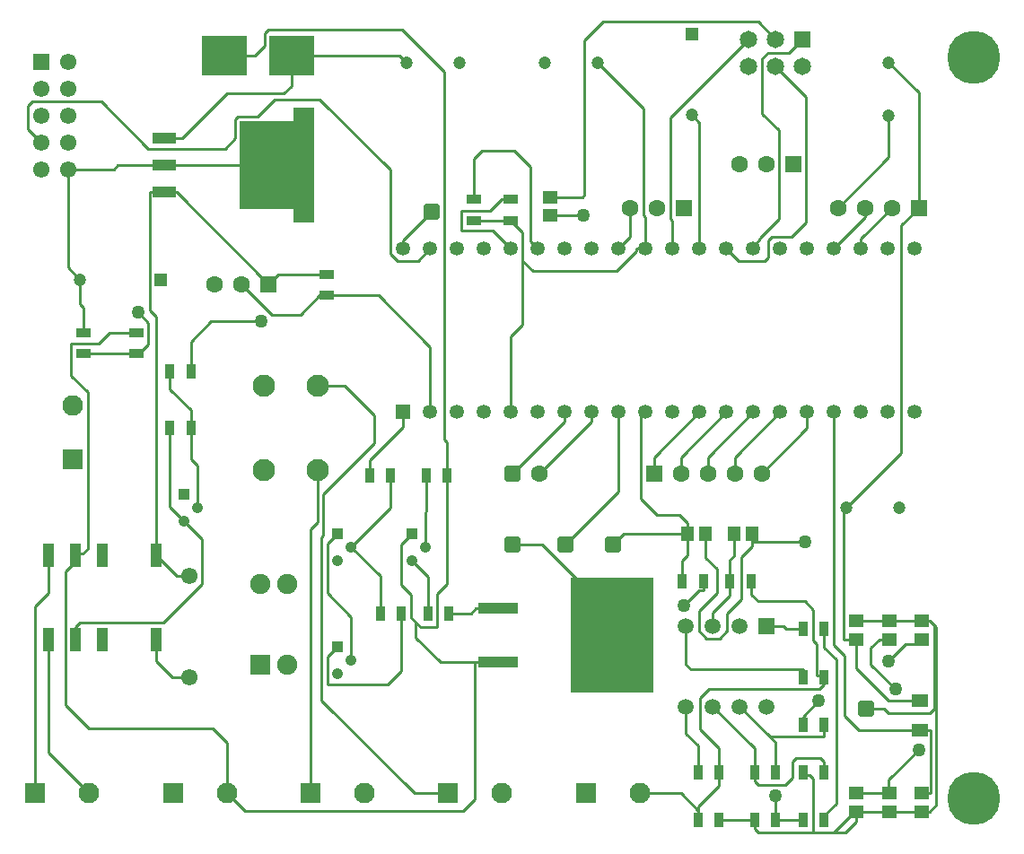
<source format=gbr>
%TF.GenerationSoftware,Altium Limited,Altium Designer,24.3.1 (35)*%
G04 Layer_Physical_Order=1*
G04 Layer_Color=255*
%FSLAX45Y45*%
%MOMM*%
%TF.SameCoordinates,77145657-7363-482A-8684-523018AF0833*%
%TF.FilePolarity,Positive*%
%TF.FileFunction,Copper,L1,Top,Signal*%
%TF.Part,Single*%
G01*
G75*
%TA.AperFunction,SMDPad,CuDef*%
%ADD10R,1.47000X1.16000*%
%ADD11R,0.95000X1.45000*%
%ADD12R,1.50000X1.25000*%
%ADD13R,1.45000X0.95000*%
%ADD14R,7.88000X10.84000*%
%ADD15R,3.78000X1.06000*%
%ADD16R,1.16000X1.47000*%
%ADD17R,1.00000X2.20000*%
%ADD18C,6.29100*%
%ADD19R,2.16000X1.07000*%
%ADD20R,4.24000X3.81000*%
%TA.AperFunction,Conductor*%
%ADD21C,0.25400*%
%TA.AperFunction,ViaPad*%
%ADD22C,5.00000*%
%TA.AperFunction,ComponentPad*%
%ADD23R,1.50000X1.50000*%
%ADD24C,1.50000*%
G04:AMPARAMS|DCode=25|XSize=1.6mm|YSize=1.6mm|CornerRadius=0.4mm|HoleSize=0mm|Usage=FLASHONLY|Rotation=0.000|XOffset=0mm|YOffset=0mm|HoleType=Round|Shape=RoundedRectangle|*
%AMROUNDEDRECTD25*
21,1,1.60000,0.80000,0,0,0.0*
21,1,0.80000,1.60000,0,0,0.0*
1,1,0.80000,0.40000,-0.40000*
1,1,0.80000,-0.40000,-0.40000*
1,1,0.80000,-0.40000,0.40000*
1,1,0.80000,0.40000,0.40000*
%
%ADD25ROUNDEDRECTD25*%
%ADD26R,1.95000X1.95000*%
%ADD27C,1.95000*%
%ADD28C,1.55000*%
%ADD29C,1.05000*%
%ADD30R,1.05000X1.05000*%
%ADD31R,1.90500X1.90500*%
%ADD32C,1.90500*%
%ADD33R,1.95000X1.95000*%
%ADD34R,1.20000X1.20000*%
%ADD35C,1.20000*%
%ADD36C,1.60000*%
%ADD37R,1.60000X1.60000*%
%ADD38C,2.10000*%
%ADD39C,1.35000*%
%ADD40R,1.35000X1.35000*%
%ADD41R,1.55000X1.55000*%
%ADD42R,1.20000X1.20000*%
%ADD43C,1.65000*%
%ADD44R,1.65000X1.65000*%
%TA.AperFunction,ViaPad*%
%ADD45C,1.27000*%
G36*
X3077908Y6040000D02*
Y7120000D01*
X2886908D01*
Y6996500D01*
X2378908D01*
Y6163500D01*
X2886908D01*
Y6040000D01*
X3077908D01*
D02*
G37*
D10*
X8501830Y479499D02*
D03*
Y654500D02*
D03*
X8188673Y479499D02*
D03*
Y654500D02*
D03*
Y2277499D02*
D03*
Y2102498D02*
D03*
X8501830Y2277499D02*
D03*
Y2102498D02*
D03*
X8809708Y2277499D02*
D03*
Y2102498D02*
D03*
Y479499D02*
D03*
Y654500D02*
D03*
X5300414Y6104715D02*
D03*
Y6279716D02*
D03*
D11*
X6700000Y849999D02*
D03*
X6899999D02*
D03*
X7432500D02*
D03*
X7232500D02*
D03*
X7688674D02*
D03*
X7888674D02*
D03*
Y1750002D02*
D03*
X7688674D02*
D03*
Y1299980D02*
D03*
X7888674D02*
D03*
X7688674Y2199998D02*
D03*
X7888674D02*
D03*
Y400002D02*
D03*
X7688674D02*
D03*
X6899999D02*
D03*
X6700000D02*
D03*
X7232500D02*
D03*
X7432500D02*
D03*
X6999999Y2650000D02*
D03*
X7199999D02*
D03*
X6550002D02*
D03*
X6750002D02*
D03*
X3900000Y2350001D02*
D03*
X3700000D02*
D03*
X4350002D02*
D03*
X4150002D02*
D03*
X1917500Y4099593D02*
D03*
X1717500D02*
D03*
X1917500Y4634502D02*
D03*
X1717500D02*
D03*
X3800000Y3649998D02*
D03*
X3600001D02*
D03*
X4134163D02*
D03*
X4334162D02*
D03*
D12*
X8788677Y1524998D02*
D03*
Y1249998D02*
D03*
D13*
X4933338Y6256414D02*
D03*
Y6056414D02*
D03*
X4583336Y6256414D02*
D03*
Y6056414D02*
D03*
X900001Y4799998D02*
D03*
Y4999998D02*
D03*
X1399797Y5000003D02*
D03*
Y4799998D02*
D03*
X3200001Y5549999D02*
D03*
Y5350000D02*
D03*
D14*
X5888937Y2142213D02*
D03*
D15*
X4813938Y1888213D02*
D03*
Y2396213D02*
D03*
D16*
X6773299Y3100002D02*
D03*
X6598303D02*
D03*
X7212912D02*
D03*
X7037911D02*
D03*
D17*
X1584998Y2900002D02*
D03*
X1076998D02*
D03*
X822998D02*
D03*
X568998D02*
D03*
Y2099999D02*
D03*
X822998D02*
D03*
X1076998D02*
D03*
X1584998D02*
D03*
D18*
X2728410Y6580000D02*
D03*
D19*
X1660909Y6326000D02*
D03*
Y6580000D02*
D03*
Y6834000D02*
D03*
D20*
X2865910Y7617290D02*
D03*
X2228909D02*
D03*
D21*
X8764408Y2057198D02*
X8809708Y2102498D01*
X8500000Y1900000D02*
X8657198Y2057198D01*
X8764408D01*
X3132380Y7200000D02*
X3797867Y6534513D01*
X2704200Y7200000D02*
X3132380D01*
X2241380Y6737180D02*
X2336208Y6832008D01*
Y7014187D02*
X2361222Y7039200D01*
X2543400D02*
X2704200Y7200000D01*
X2255400Y7255400D02*
X2792310D01*
X2336208Y6832008D02*
Y7014187D01*
X2361222Y7039200D02*
X2543400D01*
X1834000Y6834000D02*
X2255400Y7255400D01*
X2792310D02*
X2865910Y7329000D01*
X1660909Y6834000D02*
X1834000D01*
X8499940Y654500D02*
Y778340D01*
Y654500D02*
X8501830D01*
X8188673D02*
X8499940D01*
X8187520Y2102498D02*
X8188673D01*
X8070680D02*
X8187520D01*
Y1832455D02*
Y2102498D01*
X8070680D02*
Y3349999D01*
X6633040Y1819740D02*
X7688674D01*
X5045540Y5076020D02*
Y5678000D01*
X8926660Y2235589D02*
X8946025Y2216224D01*
X7212912Y3028780D02*
X7710000D01*
X7212912Y2983060D02*
Y3028780D01*
X8190060Y382100D02*
Y479499D01*
X7688674Y824060D02*
X7753180D01*
X7975821Y283040D02*
X8091000D01*
X7788740D02*
X7975821D01*
X7265500D02*
X7788740D01*
X8890623Y654500D02*
Y1249998D01*
X7819220Y1766400D02*
X7888674D01*
X6700000Y486591D02*
Y524340D01*
X4270947Y1888213D02*
X4595960D01*
X4037160Y2266780D02*
X4082880Y2221060D01*
X3991440Y2312500D02*
X4037160Y2266780D01*
X822998Y2914480D02*
X895180D01*
X4583260Y6256414D02*
Y6643200D01*
X6706700Y2566500D02*
X6750002D01*
X7378764Y1184740D02*
X7432500Y1131004D01*
X8494977Y1524998D02*
X8788677D01*
X8187520Y1832455D02*
X8494977Y1524998D01*
X6586502Y1866278D02*
Y2231002D01*
Y1866278D02*
X6633040Y1819740D01*
X7688674Y1750002D02*
Y1819740D01*
X8616780Y6011746D02*
X8783450Y6178416D01*
X8616780Y3866777D02*
Y6011746D01*
X8100002Y3349999D02*
X8616780Y3866777D01*
X8500001Y7550000D02*
X8783450Y7266552D01*
Y6178416D02*
Y7266552D01*
X2740063Y5549999D02*
X3200001D01*
X2648562Y5458498D02*
X2740063Y5549999D01*
X6203999Y5793052D02*
Y6092020D01*
X6188540Y6107479D02*
X6203999Y6092020D01*
X6188540Y6107479D02*
Y7111459D01*
X5749999Y7550000D02*
X6188540Y7111459D01*
X1850002Y3222999D02*
X2020400Y3052600D01*
Y2630000D02*
Y3052600D01*
X1651038Y2260638D02*
X2020400Y2630000D01*
X866387Y2260638D02*
X1651038D01*
X822998Y2217250D02*
X866387Y2260638D01*
X822998Y2099999D02*
Y2217250D01*
X1717500Y3355500D02*
Y4099593D01*
Y3355500D02*
X1850002Y3222999D01*
X7212912Y3028780D02*
Y3100002D01*
X6058294Y5901347D02*
Y6178416D01*
X5949999Y5793052D02*
X6058294Y5901347D01*
X754002Y5614698D02*
Y6542001D01*
Y5614698D02*
X868698Y5500002D01*
X6642453Y7051312D02*
X6711999Y6981767D01*
Y5793052D02*
Y6981767D01*
X7688674Y1376774D02*
X7839540Y1527640D01*
X7688674Y1299980D02*
Y1376774D01*
X5450000Y3000002D02*
X5949999Y3500001D01*
Y4250002D01*
X8408500Y2102498D02*
X8501830D01*
X8327698Y2021695D02*
X8408500Y2102498D01*
X8327698Y1868000D02*
Y2021695D01*
Y1868000D02*
X8563440Y1632258D01*
X6000001Y3100002D02*
X6598303D01*
X5900001Y3000002D02*
X6000001Y3100002D01*
X2865910Y7617290D02*
X3882713D01*
X3950003Y7550000D01*
X6899999Y849999D02*
Y1077801D01*
X6721940Y1255860D02*
X6899999Y1077801D01*
X6721940Y1255860D02*
Y1550500D01*
X6805760Y1634320D01*
X7845494D01*
X7888674Y1677500D01*
Y1750002D01*
X6700000Y400002D02*
Y486591D01*
X6536591Y649999D02*
X6700000Y486591D01*
X6149998Y649999D02*
X6536591D01*
X568998Y2545118D02*
Y2900002D01*
X441998Y2418118D02*
X568998Y2545118D01*
X441998Y649999D02*
Y2418118D01*
X4037160Y2122000D02*
X4270947Y1888213D01*
X4037160Y2122000D02*
Y2266780D01*
X3991440Y2312500D02*
Y2525860D01*
X3902540Y2614760D02*
X3991440Y2525860D01*
X3902540Y2614760D02*
Y3002542D01*
X3600001Y3649998D02*
Y3793320D01*
X3917999Y4111318D01*
Y4250002D01*
X4952337Y3669500D02*
X5441999Y4159161D01*
Y4250002D01*
X8235999Y5884964D02*
X8529450Y6178416D01*
X8235999Y5793052D02*
Y5884964D01*
X7560308Y7638880D02*
X7687338Y7765911D01*
X7360750Y7638880D02*
X7560308D01*
X7306140Y7584270D02*
X7360750Y7638880D01*
X7306140Y7064840D02*
Y7584270D01*
Y7064840D02*
X7463620Y6907360D01*
Y6073082D02*
Y6907360D01*
X7296950Y5906412D02*
X7463620Y6073082D01*
X7219999Y5793052D02*
X7296950Y5906412D01*
X6457999Y5793052D02*
Y6056460D01*
X6442540Y6071919D02*
X6457999Y6056460D01*
X6442540Y6071919D02*
Y7029112D01*
X7179338Y7765911D01*
X379560Y6916443D02*
X500002Y6796001D01*
X379560Y6916443D02*
Y7138500D01*
X420200Y7179140D01*
X1067900D01*
X1509860Y6737180D01*
X2241380D01*
X3797867Y5741500D02*
Y6534513D01*
Y5741500D02*
X3861367Y5678000D01*
X4056947D01*
X4171999Y5793052D01*
X6567000Y2426800D02*
X6706700Y2566500D01*
X6750002D02*
Y2650000D01*
X7432500Y400002D02*
Y625300D01*
X7232500Y849999D02*
Y1077003D01*
X6840502Y1469002D02*
X7232500Y1077003D01*
X4150002Y2350001D02*
Y2695999D01*
X4000000Y2846002D02*
X4150002Y2695999D01*
X3700000Y2350001D02*
Y2704000D01*
X3427001Y2977000D02*
X3700000Y2704000D01*
X1977002Y3349999D02*
Y3746518D01*
X1917500Y3806020D02*
X1977002Y3746518D01*
X1917500Y3806020D02*
Y4099593D01*
X2865910Y7329000D02*
Y7617290D01*
X6965999Y5793052D02*
X7081050Y5678000D01*
X7329970D01*
X7362020Y5710050D01*
Y5868500D01*
X7397580Y5904060D01*
X7583000D01*
X7717620Y6038680D01*
Y7227629D01*
X7433338Y7511911D02*
X7717620Y7227629D01*
X1584998Y2900002D02*
Y5153968D01*
X1527640Y5211326D02*
X1584998Y5153968D01*
X1527640Y5211326D02*
Y6326000D01*
X1660909D01*
X1417181Y5189081D02*
X1515001Y5091260D01*
Y4888959D02*
Y5091260D01*
X1426040Y4799998D02*
X1515001Y4888959D01*
X1399797Y4799998D02*
X1426040D01*
X4171999Y4250002D02*
Y4864982D01*
X3686980Y5350000D02*
X4171999Y4864982D01*
X3200001Y5350000D02*
X3686980D01*
X3917999Y5793052D02*
Y5873575D01*
X4183337Y6138914D01*
X2228909Y7617290D02*
X2516970D01*
X2609680Y7710000D01*
Y7826840D01*
X2642700Y7859860D01*
X3905080D01*
X4306400Y7458540D01*
Y3991262D02*
Y7458540D01*
Y3991262D02*
X4334162Y3963500D01*
Y3649998D02*
Y3963500D01*
X2258002Y649999D02*
Y1127478D01*
X2122000Y1263480D02*
X2258002Y1127478D01*
X953600Y1263480D02*
X2122000D01*
X730080Y1487000D02*
X953600Y1263480D01*
X730080Y1487000D02*
Y2747902D01*
X822998Y2840820D01*
Y2900002D01*
X4334162Y2624742D02*
Y3649998D01*
X4240360Y2530940D02*
X4334162Y2624742D01*
X4240360Y2221060D02*
Y2530940D01*
X4082880Y2221060D02*
X4240360D01*
X3902540Y3002542D02*
X4000000Y3100002D01*
X5300414Y6104715D02*
X5614500D01*
X7265729Y7933520D02*
X7433338Y7765911D01*
X5805000Y7933520D02*
X7265729D01*
X5629740Y7758260D02*
X5805000Y7933520D01*
X5629740Y6302576D02*
Y7758260D01*
X5606880Y6279716D02*
X5629740Y6302576D01*
X5300414Y6279716D02*
X5606880D01*
X3900000Y1809580D02*
Y2350001D01*
X3773000Y1682580D02*
X3900000Y1809580D01*
X3204040Y1682580D02*
X3773000D01*
X3204040D02*
Y1936880D01*
X3300001Y2032841D01*
X6117420Y5793052D02*
X6203999D01*
X6117420Y5769440D02*
Y5793052D01*
X5932000Y5584020D02*
X6117420Y5769440D01*
X5139520Y5584020D02*
X5932000D01*
X5045540Y5678000D02*
X5139520Y5584020D01*
X5045540Y5678000D02*
Y5944212D01*
X8809708Y654500D02*
X8890623D01*
X8788677Y1249998D02*
X8890623D01*
X8809708Y479499D02*
X8884750D01*
X8946025Y540774D01*
Y2216224D01*
X8499940Y778340D02*
X8784420Y1062820D01*
X7981999Y2053202D02*
Y4250002D01*
Y2053202D02*
X8083380Y1951820D01*
Y1384618D02*
Y1951820D01*
Y1384618D02*
X8218000Y1249998D01*
X8788677D01*
X7888674Y2024606D02*
Y2199998D01*
Y2024606D02*
X8001612Y1911668D01*
Y555785D02*
Y1911668D01*
X7888674Y442847D02*
X8001612Y555785D01*
X7888674Y400002D02*
Y442847D01*
X6598303Y3100002D02*
Y3201500D01*
X6522103Y3277700D02*
X6598303Y3201500D01*
X6313000Y3277700D02*
X6522103D01*
X6158060Y3432640D02*
X6313000Y3277700D01*
X6158060Y3432640D02*
Y4204063D01*
X6203999Y4250002D01*
X8070680Y3349999D02*
X8100002D01*
X7888674Y1184740D02*
Y1299980D01*
X7378764Y1184740D02*
X7888674D01*
X7094502Y1469002D02*
X7378764Y1184740D01*
X7888674Y849999D02*
Y947250D01*
X7851844Y984080D02*
X7888674Y947250D01*
X7624910Y984080D02*
X7851844D01*
X7588080Y947250D02*
X7624910Y984080D01*
X7588080Y801200D02*
Y947250D01*
X7519500Y732620D02*
X7588080Y801200D01*
X7265500Y732620D02*
X7519500D01*
X7232500Y765620D02*
X7265500Y732620D01*
X7232500Y765620D02*
Y849999D01*
X8809708Y2277499D02*
X8884750D01*
X8926660Y2235589D01*
Y1452710D02*
Y2235589D01*
X8884750Y1410800D02*
X8926660Y1452710D01*
X8492320Y1410800D02*
X8884750D01*
X8453118Y1450002D02*
X8492320Y1410800D01*
X8288673Y1450002D02*
X8453118D01*
X7432500Y849999D02*
Y1131004D01*
X7232500Y316040D02*
Y400002D01*
Y316040D02*
X7265500Y283040D01*
X8091000D02*
X8190060Y382100D01*
X8188673Y479499D02*
X8190060D01*
X4595960Y1888213D02*
X4813938D01*
X4595960Y598000D02*
Y1888213D01*
X4484200Y486240D02*
X4595960Y598000D01*
X2421761Y486240D02*
X4484200D01*
X2258002Y649999D02*
X2421761Y486240D01*
X2105460Y5103960D02*
X2581740D01*
X1917500Y4916000D02*
X2105460Y5103960D01*
X1917500Y4634502D02*
Y4916000D01*
X3107998Y3212615D02*
Y3700000D01*
X3041998Y3146616D02*
X3107998Y3212615D01*
X3041998Y649999D02*
Y3146616D01*
X6773299Y2873281D02*
Y3100002D01*
Y2873281D02*
X6875000Y2771580D01*
Y2542934D02*
Y2771580D01*
X6708067Y2376000D02*
X6875000Y2542934D01*
X6708067Y2185500D02*
Y2376000D01*
Y2185500D02*
X6781727Y2111840D01*
X6902280D01*
X6975940Y2185500D01*
Y2348060D01*
X7108020Y2480140D01*
Y2878168D01*
X7212912Y2983060D01*
X1784998Y2700002D02*
X1899999D01*
X1584998Y2900002D02*
X1784998Y2700002D01*
X4950001Y3000002D02*
X5229375D01*
X5888937Y2340440D01*
Y2142213D02*
Y2340440D01*
X1741000Y1745999D02*
X1899999D01*
X1584998Y1902001D02*
X1741000Y1745999D01*
X1584998Y1902001D02*
Y2099999D01*
X1660909Y6326000D02*
X1781061D01*
X2648562Y5458498D01*
X5206337Y3669500D02*
X5695999Y4159161D01*
Y4250002D01*
X4583260Y6256414D02*
X4583336D01*
X4583260Y6643200D02*
X4656920Y6716860D01*
X4966800D01*
X5116660Y6567000D01*
Y5864390D02*
Y6567000D01*
Y5864390D02*
X5187999Y5793052D01*
X7888674Y1750002D02*
Y1766400D01*
X7819220D02*
Y2061040D01*
X7788740Y2091520D02*
X7819220Y2061040D01*
X7788740Y2091520D02*
Y2383620D01*
X7710000Y2462360D02*
X7788740Y2383620D01*
X7265500Y2462360D02*
X7710000D01*
X7199999Y2527862D02*
X7265500Y2462360D01*
X7199999Y2527862D02*
Y2650000D01*
X7981999Y5793052D02*
X8275450Y6086503D01*
Y6178416D01*
X7688674Y824060D02*
Y849999D01*
X7753180Y824060D02*
X7788740Y788500D01*
Y283040D02*
Y788500D01*
X7975821Y283040D02*
X8172280Y479499D01*
X8188673D01*
X7727999Y4098643D02*
Y4250002D01*
X7298855Y3669500D02*
X7727999Y4098643D01*
X7044855Y3820859D02*
X7473999Y4250002D01*
X7044855Y3669500D02*
Y3820859D01*
X6790855D02*
X7219999Y4250002D01*
X6790855Y3669500D02*
Y3820859D01*
X6536855D02*
X6965999Y4250002D01*
X6536855Y3669500D02*
Y3820859D01*
X6282855D02*
X6711999Y4250002D01*
X6282855Y3669500D02*
Y3820859D01*
X3800000Y3349999D02*
Y3649998D01*
X3427001Y2977000D02*
X3800000Y3349999D01*
X8021450Y6178416D02*
X8500001Y6656967D01*
Y7050001D01*
X3204040Y3008038D02*
X3300001Y3104000D01*
X3204040Y2538560D02*
Y3008038D01*
Y2538560D02*
X3427001Y2315599D01*
Y1905841D02*
Y2315599D01*
X4028341Y649999D02*
X4342001D01*
X3148638Y1529703D02*
X4028341Y649999D01*
X3148638Y1529703D02*
Y3068988D01*
X3165940Y3086291D01*
Y3475820D01*
X3643460Y3953340D01*
Y4222580D01*
X3366041Y4499999D02*
X3643460Y4222580D01*
X3107998Y4499999D02*
X3366041D01*
X822998Y2900002D02*
Y2914480D01*
X895180D02*
X940900Y2960200D01*
Y4435940D01*
X783420Y4593420D02*
X940900Y4435940D01*
X783420Y4593420D02*
Y4898220D01*
X1045040D01*
X1146823Y5000003D01*
X1399797D01*
X568998Y1030999D02*
X949998Y649999D01*
X568998Y1030999D02*
Y2099999D01*
X3129344Y5350000D02*
X3200001D01*
X2949344Y5170000D02*
X3129344Y5350000D01*
X2683061Y5170000D02*
X2949344D01*
X2394562Y5458498D02*
X2683061Y5170000D01*
X4583336Y6056414D02*
X4933338D01*
X4933999Y4250002D02*
Y4964479D01*
X5045540Y5076020D01*
X4933338Y6056414D02*
X5045540Y5944212D01*
X4849254Y6256414D02*
X4933338D01*
X4740740Y6147900D02*
X4849254Y6256414D01*
X4466420Y6147900D02*
X4740740D01*
X4466420Y5965020D02*
Y6147900D01*
Y5965020D02*
X4762030D01*
X4933999Y5793052D01*
X6840502Y2231002D02*
Y2358220D01*
X6999999Y2517717D01*
Y2650000D01*
X8188673Y2277499D02*
X8501830D01*
X8809708D01*
X868698Y5264803D02*
Y5500002D01*
Y5264803D02*
X900001Y5233500D01*
Y4999998D02*
Y5233500D01*
X1225278Y6580000D02*
X1660909D01*
X1187280Y6542001D02*
X1225278Y6580000D01*
X754002Y6542001D02*
X1187280D01*
X1660909Y6580000D02*
X2728410D01*
X6899999Y400002D02*
X7232500D01*
X8190060Y479499D02*
X8501830D01*
X8809708D01*
X6586502Y1214417D02*
Y1469002D01*
Y1214417D02*
X6700000Y1100920D01*
Y849999D02*
Y1100920D01*
X6598303Y2896741D02*
Y3100002D01*
X6550002Y2848440D02*
X6598303Y2896741D01*
X6550002Y2650000D02*
Y2848440D01*
X7037911Y2891432D02*
Y3100002D01*
X6999999Y2853520D02*
X7037911Y2891432D01*
X6999999Y2650000D02*
Y2853520D01*
X6899999Y724340D02*
Y849999D01*
X6700000Y524340D02*
X6899999Y724340D01*
X900001Y4799998D02*
X1399797D01*
X7532723Y2199998D02*
X7688674D01*
X7501720Y2231002D02*
X7532723Y2199998D01*
X7348502Y2231002D02*
X7501720D01*
X7432500Y400002D02*
X7688674D01*
X4134163Y3312803D02*
Y3649998D01*
X4127000Y3305640D02*
X4134163Y3312803D01*
X4127000Y2973002D02*
Y3305640D01*
X4604073Y2396213D02*
X4813938D01*
X4557860Y2350001D02*
X4604073Y2396213D01*
X4350002Y2350001D02*
X4557860D01*
X1717500Y4465760D02*
Y4634502D01*
Y4465760D02*
X1917500Y4265760D01*
Y4099593D02*
Y4265760D01*
D22*
X9300000Y600000D02*
D03*
Y7600000D02*
D03*
D23*
X7348502Y2231002D02*
D03*
D24*
X7094502D02*
D03*
X6840502D02*
D03*
X6586502D02*
D03*
X7348502Y1469002D02*
D03*
X7094502D02*
D03*
X6840502D02*
D03*
X6586502D02*
D03*
D25*
X8288673Y1450002D02*
D03*
X4950001Y3000002D02*
D03*
X4952337Y3669500D02*
D03*
X5450000Y3000002D02*
D03*
X5900001D02*
D03*
X4183337Y6138914D02*
D03*
D26*
X3041998Y649999D02*
D03*
X441998D02*
D03*
X1750002D02*
D03*
X4342001D02*
D03*
X5641998D02*
D03*
D27*
X3549998D02*
D03*
X949998D02*
D03*
X2258002D02*
D03*
X4850001D02*
D03*
X800001Y4308000D02*
D03*
X6149998Y649999D02*
D03*
D28*
X1899999Y2700002D02*
D03*
Y1745999D02*
D03*
X500002Y7304001D02*
D03*
Y7050001D02*
D03*
Y6796001D02*
D03*
Y6542001D02*
D03*
X754002Y7558001D02*
D03*
Y7304001D02*
D03*
Y7050001D02*
D03*
Y6796001D02*
D03*
Y6542001D02*
D03*
D29*
X3300001Y1778841D02*
D03*
X3427001Y1905841D02*
D03*
X1850002Y3222999D02*
D03*
X1977002Y3349999D02*
D03*
X4000000Y2846002D02*
D03*
X4127000Y2973002D02*
D03*
X3300001Y2850000D02*
D03*
X3427001Y2977000D02*
D03*
D30*
X3300001Y2032841D02*
D03*
X1850002Y3476999D02*
D03*
X4000000Y3100002D02*
D03*
X3300001Y3104000D02*
D03*
D31*
X2573002Y1869001D02*
D03*
D32*
X2827002D02*
D03*
Y2631001D02*
D03*
X2573002D02*
D03*
D33*
X800001Y3800000D02*
D03*
D34*
X1631303Y5500002D02*
D03*
D35*
X868698D02*
D03*
X8600001Y3349999D02*
D03*
X8100002D02*
D03*
X4450002Y7550000D02*
D03*
X3950003D02*
D03*
X5250000D02*
D03*
X5749999D02*
D03*
X6642453Y7051312D02*
D03*
X8500001Y7050001D02*
D03*
Y7550000D02*
D03*
D36*
X2140562Y5458498D02*
D03*
X2394562D02*
D03*
X8529450Y6178416D02*
D03*
X8275450D02*
D03*
X8021450D02*
D03*
X5206337Y3669500D02*
D03*
X6790855D02*
D03*
X6536855D02*
D03*
X7044855D02*
D03*
X7298855D02*
D03*
X6058294Y6178416D02*
D03*
X6312294D02*
D03*
X7086598Y6588788D02*
D03*
X7340598D02*
D03*
D37*
X2648562Y5458498D02*
D03*
X8783450Y6178416D02*
D03*
X6282855Y3669500D02*
D03*
X6566294Y6178416D02*
D03*
X7594598Y6588788D02*
D03*
D38*
X3107998Y4499999D02*
D03*
Y3700000D02*
D03*
X2599998D02*
D03*
Y4499999D02*
D03*
D39*
X3917999Y5793052D02*
D03*
X4171999D02*
D03*
X4425999D02*
D03*
X4679999D02*
D03*
X4933999D02*
D03*
X5187999D02*
D03*
X5441999D02*
D03*
X5695999D02*
D03*
X5949999D02*
D03*
X6203999D02*
D03*
X6457999D02*
D03*
X6711999D02*
D03*
X6965999D02*
D03*
X7219999D02*
D03*
X7473999D02*
D03*
X7727999D02*
D03*
X7981999D02*
D03*
X8235999D02*
D03*
X8489999D02*
D03*
X8743999D02*
D03*
Y4250002D02*
D03*
X8489999D02*
D03*
X8235999D02*
D03*
X7981999D02*
D03*
X7727999D02*
D03*
X7473999D02*
D03*
X7219999D02*
D03*
X6965999D02*
D03*
X6711999D02*
D03*
X6457999D02*
D03*
X6203999D02*
D03*
X5949999D02*
D03*
X5695999D02*
D03*
X5441999D02*
D03*
X5187999D02*
D03*
X4933999D02*
D03*
X4679999D02*
D03*
X4425999D02*
D03*
X4171999D02*
D03*
D40*
X3917999D02*
D03*
D41*
X500002Y7558001D02*
D03*
D42*
X6642453Y7813911D02*
D03*
D43*
X7179338Y7511911D02*
D03*
X7433338D02*
D03*
X7179338Y7765911D02*
D03*
X7433338D02*
D03*
X7687338Y7511911D02*
D03*
D44*
Y7765911D02*
D03*
D45*
X8500000Y1900000D02*
D03*
X7710000Y3028780D02*
D03*
X7839540Y1527640D02*
D03*
X8563440Y1632258D02*
D03*
X6567000Y2426800D02*
D03*
X7432500Y625300D02*
D03*
X1417181Y5189081D02*
D03*
X5614500Y6104715D02*
D03*
X8784420Y1062820D02*
D03*
X2581740Y5103960D02*
D03*
%TF.MD5,3efdc613b887da4821a28517ed2f3b18*%
M02*

</source>
